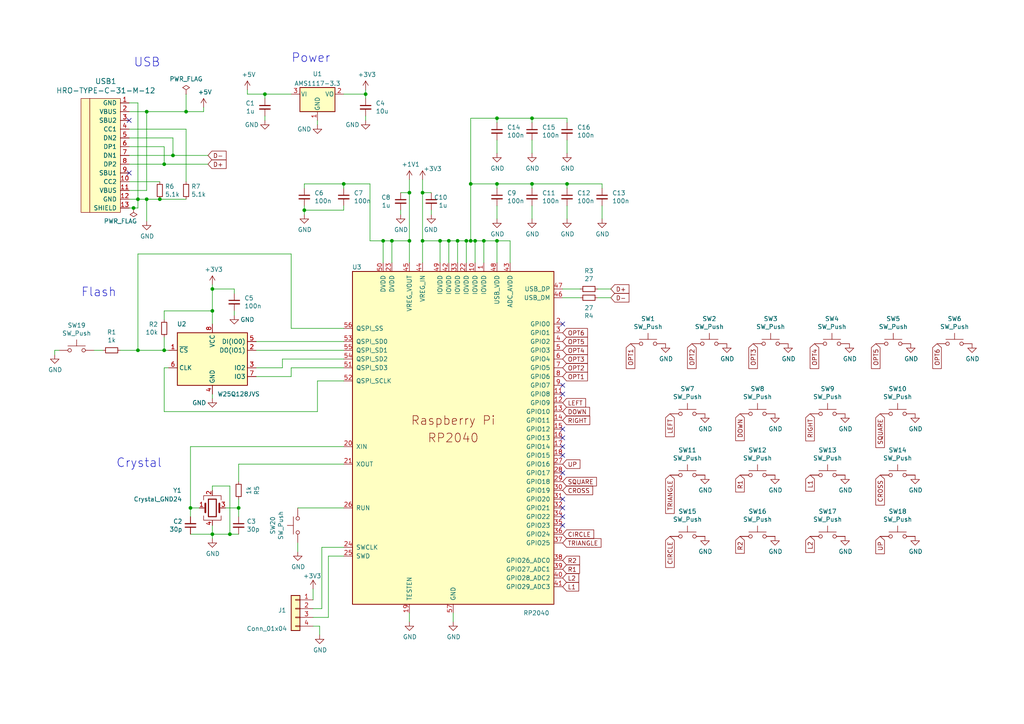
<source format=kicad_sch>
(kicad_sch (version 20210621) (generator eeschema)
  (paper "A4")
  (lib_symbols
    (symbol "Connector_Generic:Conn_01x04" (pin_names (offset 1.016) hide)
      (property "Reference" "J" (at 0 5.08 0))
      (property "Value" "Conn_01x04" (at 0 -7.62 0))
      (symbol "Conn_01x04_1_1"
        (rectangle (start -1.27 -4.953) (end 0 -5.207) (stroke (width 0.1524)))
        (rectangle (start -1.27 -2.413) (end 0 -2.667) (stroke (width 0.1524)))
        (rectangle (start -1.27 0.127) (end 0 -0.127) (stroke (width 0.1524)))
        (rectangle (start -1.27 2.667) (end 0 2.413) (stroke (width 0.1524)))
        (rectangle (start -1.27 3.81) (end 1.27 -6.35) (stroke (width 0.254)) (fill (type background)))
        (pin passive line (at -5.08 2.54 0) (length 3.81) (name "Pin_1") (number "1"))
        (pin passive line (at -5.08 0 0) (length 3.81) (name "Pin_2") (number "2"))
        (pin passive line (at -5.08 -2.54 0) (length 3.81) (name "Pin_3") (number "3"))
        (pin passive line (at -5.08 -5.08 0) (length 3.81) (name "Pin_4") (number "4"))
      )
    )
    (symbol "Device:C_Small" (pin_numbers hide) (pin_names (offset 0.254) hide)
      (property "Reference" "C" (at 0.254 1.778 0))
      (property "Value" "C_Small" (at 0.254 -2.032 0))
      (symbol "C_Small_0_1"
        (polyline (pts (xy -1.524 -0.508) (xy 1.524 -0.508)) (stroke (width 0.3302)))
        (polyline (pts (xy -1.524 0.508) (xy 1.524 0.508)) (stroke (width 0.3048)))
      )
      (symbol "C_Small_1_1"
        (pin passive line (at 0 2.54 270) (length 2.032) (name "~") (number "1"))
        (pin passive line (at 0 -2.54 90) (length 2.032) (name "~") (number "2"))
      )
    )
    (symbol "Device:Crystal_GND24" (pin_names (offset 1.016) hide)
      (property "Reference" "Y" (at 3.175 5.08 0))
      (property "Value" "Crystal_GND24" (at 3.175 3.175 0))
      (symbol "Crystal_GND24_0_1"
        (rectangle (start -1.143 2.54) (end 1.143 -2.54) (stroke (width 0.3048)))
        (polyline (pts (xy -2.54 0) (xy -2.032 0)))
        (polyline (pts (xy -2.032 -1.27) (xy -2.032 1.27)) (stroke (width 0.508)))
        (polyline (pts (xy 0 -3.81) (xy 0 -3.556)))
        (polyline (pts (xy 0 3.556) (xy 0 3.81)))
        (polyline (pts (xy 2.032 -1.27) (xy 2.032 1.27)) (stroke (width 0.508)))
        (polyline (pts (xy 2.032 0) (xy 2.54 0)))
        (polyline (pts (xy -2.54 -2.286) (xy -2.54 -3.556) (xy 2.54 -3.556) (xy 2.54 -2.286)))
        (polyline (pts (xy -2.54 2.286) (xy -2.54 3.556) (xy 2.54 3.556) (xy 2.54 2.286)))
      )
      (symbol "Crystal_GND24_1_1"
        (pin passive line (at -3.81 0 0) (length 1.27) (name "1") (number "1"))
        (pin passive line (at 0 5.08 270) (length 1.27) (name "2") (number "2"))
        (pin passive line (at 3.81 0 180) (length 1.27) (name "3") (number "3"))
        (pin passive line (at 0 -5.08 90) (length 1.27) (name "4") (number "4"))
      )
    )
    (symbol "Device:R_Small" (pin_numbers hide) (pin_names (offset 0.254) hide)
      (property "Reference" "R" (at 0.762 0.508 0))
      (property "Value" "R_Small" (at 0.762 -1.016 0))
      (symbol "R_Small_0_1"
        (rectangle (start -0.762 1.778) (end 0.762 -1.778) (stroke (width 0.2032)))
      )
      (symbol "R_Small_1_1"
        (pin passive line (at 0 2.54 270) (length 0.762) (name "~") (number "1"))
        (pin passive line (at 0 -2.54 90) (length 0.762) (name "~") (number "2"))
      )
    )
    (symbol "Memory_Flash:W25Q128JVS"
      (property "Reference" "U" (at -8.89 8.89 0))
      (property "Value" "W25Q128JVS" (at 7.62 8.89 0))
      (symbol "W25Q128JVS_0_1"
        (rectangle (start -10.16 7.62) (end 10.16 -7.62) (stroke (width 0.254)) (fill (type background)))
      )
      (symbol "W25Q128JVS_1_1"
        (pin input line (at -12.7 2.54 0) (length 2.54) (name "~{CS}") (number "1"))
        (pin bidirectional line (at 12.7 2.54 180) (length 2.54) (name "DO(IO1)") (number "2"))
        (pin bidirectional line (at 12.7 -2.54 180) (length 2.54) (name "IO2") (number "3"))
        (pin power_in line (at 0 -10.16 90) (length 2.54) (name "GND") (number "4"))
        (pin bidirectional line (at 12.7 5.08 180) (length 2.54) (name "DI(IO0)") (number "5"))
        (pin input line (at -12.7 -2.54 0) (length 2.54) (name "CLK") (number "6"))
        (pin bidirectional line (at 12.7 -5.08 180) (length 2.54) (name "IO3") (number "7"))
        (pin power_in line (at 0 10.16 270) (length 2.54) (name "VCC") (number "8"))
      )
    )
    (symbol "RP2040:RP2040" (pin_names (offset 1.016))
      (property "Reference" "U" (at -29.21 49.53 0))
      (property "Value" "RP2040" (at 24.13 -49.53 0))
      (symbol "RP2040_0_0"
        (text "Raspberry Pi" (at 0 5.08 0) (effects (font (size 2.54 2.54))))
        (text "RP2040" (at 0 0 0) (effects (font (size 2.54 2.54))))
      )
      (symbol "RP2040_0_1"
        (rectangle (start 29.21 48.26) (end -29.21 -48.26) (stroke (width 0.254)) (fill (type background)))
      )
      (symbol "RP2040_1_1"
        (pin power_in line (at 8.89 50.8 270) (length 2.54) (name "IOVDD") (number "1"))
        (pin power_in line (at 6.35 50.8 270) (length 2.54) (name "IOVDD") (number "10"))
        (pin bidirectional line (at 31.75 12.7 180) (length 2.54) (name "GPIO8") (number "11"))
        (pin bidirectional line (at 31.75 10.16 180) (length 2.54) (name "GPIO9") (number "12"))
        (pin bidirectional line (at 31.75 7.62 180) (length 2.54) (name "GPIO10") (number "13"))
        (pin bidirectional line (at 31.75 5.08 180) (length 2.54) (name "GPIO11") (number "14"))
        (pin bidirectional line (at 31.75 2.54 180) (length 2.54) (name "GPIO12") (number "15"))
        (pin bidirectional line (at 31.75 0 180) (length 2.54) (name "GPIO13") (number "16"))
        (pin bidirectional line (at 31.75 -2.54 180) (length 2.54) (name "GPIO14") (number "17"))
        (pin bidirectional line (at 31.75 -5.08 180) (length 2.54) (name "GPIO15") (number "18"))
        (pin passive line (at -12.7 -50.8 90) (length 2.54) (name "TESTEN") (number "19"))
        (pin bidirectional line (at 31.75 33.02 180) (length 2.54) (name "GPIO0") (number "2"))
        (pin input line (at -31.75 -2.54 0) (length 2.54) (name "XIN") (number "20"))
        (pin passive line (at -31.75 -7.62 0) (length 2.54) (name "XOUT") (number "21"))
        (pin power_in line (at 3.81 50.8 270) (length 2.54) (name "IOVDD") (number "22"))
        (pin power_in line (at -17.78 50.8 270) (length 2.54) (name "DVDD") (number "23"))
        (pin output line (at -31.75 -31.75 0) (length 2.54) (name "SWCLK") (number "24"))
        (pin bidirectional line (at -31.75 -34.29 0) (length 2.54) (name "SWD") (number "25"))
        (pin input line (at -31.75 -20.32 0) (length 2.54) (name "RUN") (number "26"))
        (pin bidirectional line (at 31.75 -7.62 180) (length 2.54) (name "GPIO16") (number "27"))
        (pin bidirectional line (at 31.75 -10.16 180) (length 2.54) (name "GPIO17") (number "28"))
        (pin bidirectional line (at 31.75 -12.7 180) (length 2.54) (name "GPIO18") (number "29"))
        (pin bidirectional line (at 31.75 30.48 180) (length 2.54) (name "GPIO1") (number "3"))
        (pin bidirectional line (at 31.75 -15.24 180) (length 2.54) (name "GPIO19") (number "30"))
        (pin bidirectional line (at 31.75 -17.78 180) (length 2.54) (name "GPIO20") (number "31"))
        (pin bidirectional line (at 31.75 -20.32 180) (length 2.54) (name "GPIO21") (number "32"))
        (pin power_in line (at 1.27 50.8 270) (length 2.54) (name "IOVDD") (number "33"))
        (pin bidirectional line (at 31.75 -22.86 180) (length 2.54) (name "GPIO22") (number "34"))
        (pin bidirectional line (at 31.75 -25.4 180) (length 2.54) (name "GPIO23") (number "35"))
        (pin bidirectional line (at 31.75 -27.94 180) (length 2.54) (name "GPIO24") (number "36"))
        (pin bidirectional line (at 31.75 -30.48 180) (length 2.54) (name "GPIO25") (number "37"))
        (pin bidirectional line (at 31.75 -35.56 180) (length 2.54) (name "GPIO26_ADC0") (number "38"))
        (pin bidirectional line (at 31.75 -38.1 180) (length 2.54) (name "GPIO27_ADC1") (number "39"))
        (pin bidirectional line (at 31.75 27.94 180) (length 2.54) (name "GPIO2") (number "4"))
        (pin bidirectional line (at 31.75 -40.64 180) (length 2.54) (name "GPIO28_ADC2") (number "40"))
        (pin bidirectional line (at 31.75 -43.18 180) (length 2.54) (name "GPIO29_ADC3") (number "41"))
        (pin power_in line (at -1.27 50.8 270) (length 2.54) (name "IOVDD") (number "42"))
        (pin power_in line (at 16.51 50.8 270) (length 2.54) (name "ADC_AVDD") (number "43"))
        (pin power_in line (at -8.89 50.8 270) (length 2.54) (name "VREG_IN") (number "44"))
        (pin power_out line (at -12.7 50.8 270) (length 2.54) (name "VREG_VOUT") (number "45"))
        (pin bidirectional line (at 31.75 40.64 180) (length 2.54) (name "USB_DM") (number "46"))
        (pin bidirectional line (at 31.75 43.18 180) (length 2.54) (name "USB_DP") (number "47"))
        (pin power_in line (at 12.7 50.8 270) (length 2.54) (name "USB_VDD") (number "48"))
        (pin power_in line (at -3.81 50.8 270) (length 2.54) (name "IOVDD") (number "49"))
        (pin bidirectional line (at 31.75 25.4 180) (length 2.54) (name "GPIO3") (number "5"))
        (pin power_in line (at -20.32 50.8 270) (length 2.54) (name "DVDD") (number "50"))
        (pin bidirectional line (at -31.75 20.32 0) (length 2.54) (name "QSPI_SD3") (number "51"))
        (pin output line (at -31.75 16.51 0) (length 2.54) (name "QSPI_SCLK") (number "52"))
        (pin bidirectional line (at -31.75 27.94 0) (length 2.54) (name "QSPI_SD0") (number "53"))
        (pin bidirectional line (at -31.75 22.86 0) (length 2.54) (name "QSPI_SD2") (number "54"))
        (pin bidirectional line (at -31.75 25.4 0) (length 2.54) (name "QSPI_SD1") (number "55"))
        (pin bidirectional line (at -31.75 31.75 0) (length 2.54) (name "QSPI_SS") (number "56"))
        (pin power_in line (at 0 -50.8 90) (length 2.54) (name "GND") (number "57"))
        (pin bidirectional line (at 31.75 22.86 180) (length 2.54) (name "GPIO4") (number "6"))
        (pin bidirectional line (at 31.75 20.32 180) (length 2.54) (name "GPIO5") (number "7"))
        (pin bidirectional line (at 31.75 17.78 180) (length 2.54) (name "GPIO6") (number "8"))
        (pin bidirectional line (at 31.75 15.24 180) (length 2.54) (name "GPIO7") (number "9"))
      )
    )
    (symbol "Regulator_Linear:AMS1117-3.3" (pin_names (offset 0.254))
      (property "Reference" "U" (at -3.81 3.175 0))
      (property "Value" "AMS1117-3.3" (at 0 3.175 0))
      (symbol "AMS1117-3.3_0_1"
        (rectangle (start -5.08 -5.08) (end 5.08 1.905) (stroke (width 0.254)) (fill (type background)))
      )
      (symbol "AMS1117-3.3_1_1"
        (pin power_in line (at 0 -7.62 90) (length 2.54) (name "GND") (number "1"))
        (pin power_out line (at 7.62 0 180) (length 2.54) (name "VO") (number "2"))
        (pin power_in line (at -7.62 0 0) (length 2.54) (name "VI") (number "3"))
      )
    )
    (symbol "Switch:SW_Push" (pin_numbers hide) (pin_names (offset 1.016) hide)
      (property "Reference" "SW" (at 1.27 2.54 0))
      (property "Value" "SW_Push" (at 0 -1.524 0))
      (symbol "SW_Push_0_1"
        (circle (center -2.032 0) (radius 0.508))
        (polyline (pts (xy 0 1.27) (xy 0 3.048)))
        (polyline (pts (xy 2.54 1.27) (xy -2.54 1.27)))
        (circle (center 2.032 0) (radius 0.508))
        (pin passive line (at -5.08 0 0) (length 2.54) (name "1") (number "1"))
        (pin passive line (at 5.08 0 180) (length 2.54) (name "2") (number "2"))
      )
    )
    (symbol "Type-C:HRO-TYPE-C-31-M-12" (pin_names (offset 1.016))
      (property "Reference" "USB" (at -5.08 16.51 0))
      (property "Value" "HRO-TYPE-C-31-M-12" (at -10.16 -1.27 90))
      (symbol "HRO-TYPE-C-31-M-12_0_1"
        (rectangle (start -11.43 15.24) (end -8.89 -17.78) (fill (type background)))
        (rectangle (start 0 -17.78) (end -8.89 15.24) (fill (type background)))
      )
      (symbol "HRO-TYPE-C-31-M-12_1_1"
        (pin input line (at 2.54 13.97 180) (length 2.54) (name "GND") (number "1"))
        (pin input line (at 2.54 -8.89 180) (length 2.54) (name "CC2") (number "10"))
        (pin input line (at 2.54 -11.43 180) (length 2.54) (name "VBUS") (number "11"))
        (pin input line (at 2.54 -13.97 180) (length 2.54) (name "GND") (number "12"))
        (pin input line (at 2.54 -16.51 180) (length 2.54) (name "SHIELD") (number "13"))
        (pin input line (at 2.54 11.43 180) (length 2.54) (name "VBUS") (number "2"))
        (pin input line (at 2.54 8.89 180) (length 2.54) (name "SBU2") (number "3"))
        (pin input line (at 2.54 6.35 180) (length 2.54) (name "CC1") (number "4"))
        (pin input line (at 2.54 3.81 180) (length 2.54) (name "DN2") (number "5"))
        (pin input line (at 2.54 1.27 180) (length 2.54) (name "DP1") (number "6"))
        (pin input line (at 2.54 -1.27 180) (length 2.54) (name "DN1") (number "7"))
        (pin input line (at 2.54 -3.81 180) (length 2.54) (name "DP2") (number "8"))
        (pin input line (at 2.54 -6.35 180) (length 2.54) (name "SBU1") (number "9"))
      )
    )
    (symbol "power:+1V1" (power) (pin_names (offset 0))
      (property "Value" "+1V1" (at 0 3.556 0))
      (symbol "+1V1_0_1"
        (polyline (pts (xy -0.762 1.27) (xy 0 2.54)))
        (polyline (pts (xy 0 0) (xy 0 2.54)))
        (polyline (pts (xy 0 2.54) (xy 0.762 1.27)))
      )
      (symbol "+1V1_1_1"
        (pin power_in line (at 0 0 90) (length 0) hide (name "+1V1") (number "1"))
      )
    )
    (symbol "power:+3V3" (power) (pin_names (offset 0))
      (property "Value" "+3V3" (at 0 3.556 0))
      (symbol "+3V3_0_1"
        (polyline (pts (xy -0.762 1.27) (xy 0 2.54)))
        (polyline (pts (xy 0 0) (xy 0 2.54)))
        (polyline (pts (xy 0 2.54) (xy 0.762 1.27)))
      )
      (symbol "+3V3_1_1"
        (pin power_in line (at 0 0 90) (length 0) hide (name "+3V3") (number "1"))
      )
    )
    (symbol "power:+5V" (power) (pin_names (offset 0))
      (property "Value" "+5V" (at 0 3.556 0))
      (symbol "+5V_0_1"
        (polyline (pts (xy -0.762 1.27) (xy 0 2.54)))
        (polyline (pts (xy 0 0) (xy 0 2.54)))
        (polyline (pts (xy 0 2.54) (xy 0.762 1.27)))
      )
      (symbol "+5V_1_1"
        (pin power_in line (at 0 0 90) (length 0) hide (name "+5V") (number "1"))
      )
    )
    (symbol "power:GND" (power) (pin_names (offset 0))
      (property "Value" "GND" (at 0 -3.81 0))
      (symbol "GND_0_1"
        (polyline (pts (xy 0 0) (xy 0 -1.27) (xy 1.27 -1.27) (xy 0 -2.54) (xy -1.27 -1.27) (xy 0 -1.27)))
      )
      (symbol "GND_1_1"
        (pin power_in line (at 0 0 270) (length 0) hide (name "GND") (number "1"))
      )
    )
    (symbol "power:PWR_FLAG" (power) (pin_numbers hide) (pin_names (offset 0) hide)
      (property "Value" "PWR_FLAG" (at 0 3.81 0))
      (symbol "PWR_FLAG_0_0"
        (pin power_out line (at 0 0 90) (length 0) (name "pwr") (number "1"))
      )
      (symbol "PWR_FLAG_0_1"
        (polyline (pts (xy 0 0) (xy 0 1.27) (xy -1.016 1.905) (xy 0 2.54) (xy 1.016 1.905) (xy 0 1.27)))
      )
    )
  )
  (junction (at 38.735 60.325))
  (junction (at 40.005 57.785))
  (junction (at 40.005 101.6))
  (junction (at 42.545 32.385))
  (junction (at 42.545 57.785))
  (junction (at 46.355 57.785))
  (junction (at 47.625 47.625))
  (junction (at 47.625 101.6))
  (junction (at 50.165 45.085))
  (junction (at 53.975 32.385))
  (junction (at 55.245 147.32))
  (junction (at 61.595 83.82))
  (junction (at 61.595 90.17))
  (junction (at 61.595 154.94))
  (junction (at 66.675 154.94))
  (junction (at 69.215 147.32))
  (junction (at 76.835 27.305))
  (junction (at 88.265 60.96))
  (junction (at 99.695 53.34))
  (junction (at 106.045 27.305))
  (junction (at 111.125 69.85))
  (junction (at 113.665 69.85))
  (junction (at 118.745 55.88))
  (junction (at 118.745 69.85))
  (junction (at 122.555 55.88))
  (junction (at 122.555 69.85))
  (junction (at 127.635 69.85))
  (junction (at 130.175 69.85))
  (junction (at 132.715 69.85))
  (junction (at 135.255 69.85))
  (junction (at 136.525 53.34))
  (junction (at 136.525 69.85))
  (junction (at 137.795 69.85))
  (junction (at 140.335 69.85))
  (junction (at 144.145 34.29))
  (junction (at 144.145 53.34))
  (junction (at 144.145 69.85))
  (junction (at 154.305 34.29))
  (junction (at 154.305 53.34))
  (junction (at 164.465 53.34))
  (no_connect (at 37.465 34.925))
  (no_connect (at 37.465 50.165))
  (no_connect (at 163.195 93.98))
  (no_connect (at 163.195 111.76))
  (no_connect (at 163.195 114.3))
  (no_connect (at 163.195 124.46))
  (no_connect (at 163.195 127))
  (no_connect (at 163.195 129.54))
  (no_connect (at 163.195 132.08))
  (no_connect (at 163.195 137.16))
  (no_connect (at 163.195 144.78))
  (no_connect (at 163.195 147.32))
  (no_connect (at 163.195 149.86))
  (no_connect (at 163.195 152.4))
  (wire (pts (xy 15.875 101.6) (xy 15.875 102.87)))
  (wire (pts (xy 15.875 101.6) (xy 17.145 101.6)))
  (wire (pts (xy 27.305 101.6) (xy 29.845 101.6)))
  (wire (pts (xy 34.925 101.6) (xy 40.005 101.6)))
  (wire (pts (xy 37.465 29.845) (xy 40.005 29.845)))
  (wire (pts (xy 37.465 32.385) (xy 42.545 32.385)))
  (wire (pts (xy 37.465 37.465) (xy 53.975 37.465)))
  (wire (pts (xy 37.465 40.005) (xy 50.165 40.005)))
  (wire (pts (xy 37.465 42.545) (xy 47.625 42.545)))
  (wire (pts (xy 37.465 45.085) (xy 50.165 45.085)))
  (wire (pts (xy 37.465 47.625) (xy 47.625 47.625)))
  (wire (pts (xy 37.465 52.705) (xy 46.355 52.705)))
  (wire (pts (xy 37.465 57.785) (xy 40.005 57.785)))
  (wire (pts (xy 38.735 60.325) (xy 37.465 60.325)))
  (wire (pts (xy 40.005 29.845) (xy 40.005 57.785)))
  (wire (pts (xy 40.005 57.785) (xy 40.005 60.325)))
  (wire (pts (xy 40.005 57.785) (xy 42.545 57.785)))
  (wire (pts (xy 40.005 60.325) (xy 38.735 60.325)))
  (wire (pts (xy 40.005 73.66) (xy 84.455 73.66)))
  (wire (pts (xy 40.005 101.6) (xy 40.005 73.66)))
  (wire (pts (xy 40.005 101.6) (xy 47.625 101.6)))
  (wire (pts (xy 42.545 32.385) (xy 42.545 55.245)))
  (wire (pts (xy 42.545 32.385) (xy 53.975 32.385)))
  (wire (pts (xy 42.545 55.245) (xy 37.465 55.245)))
  (wire (pts (xy 42.545 57.785) (xy 46.355 57.785)))
  (wire (pts (xy 42.545 64.135) (xy 42.545 57.785)))
  (wire (pts (xy 47.625 42.545) (xy 47.625 47.625)))
  (wire (pts (xy 47.625 90.17) (xy 61.595 90.17)))
  (wire (pts (xy 47.625 92.71) (xy 47.625 90.17)))
  (wire (pts (xy 47.625 97.79) (xy 47.625 101.6)))
  (wire (pts (xy 47.625 101.6) (xy 48.895 101.6)))
  (wire (pts (xy 47.625 106.68) (xy 47.625 119.38)))
  (wire (pts (xy 47.625 119.38) (xy 92.075 119.38)))
  (wire (pts (xy 48.895 106.68) (xy 47.625 106.68)))
  (wire (pts (xy 50.165 40.005) (xy 50.165 45.085)))
  (wire (pts (xy 53.975 27.305) (xy 53.975 32.385)))
  (wire (pts (xy 53.975 32.385) (xy 59.055 32.385)))
  (wire (pts (xy 53.975 37.465) (xy 53.975 52.705)))
  (wire (pts (xy 53.975 57.785) (xy 46.355 57.785)))
  (wire (pts (xy 55.245 129.54) (xy 55.245 147.32)))
  (wire (pts (xy 55.245 129.54) (xy 99.695 129.54)))
  (wire (pts (xy 55.245 147.32) (xy 55.245 149.86)))
  (wire (pts (xy 55.245 154.94) (xy 61.595 154.94)))
  (wire (pts (xy 57.785 147.32) (xy 55.245 147.32)))
  (wire (pts (xy 59.055 32.385) (xy 59.055 31.115)))
  (wire (pts (xy 60.325 45.085) (xy 50.165 45.085)))
  (wire (pts (xy 60.325 47.625) (xy 47.625 47.625)))
  (wire (pts (xy 61.595 83.82) (xy 61.595 82.55)))
  (wire (pts (xy 61.595 83.82) (xy 67.945 83.82)))
  (wire (pts (xy 61.595 90.17) (xy 61.595 83.82)))
  (wire (pts (xy 61.595 90.17) (xy 61.595 93.98)))
  (wire (pts (xy 61.595 114.3) (xy 61.595 115.57)))
  (wire (pts (xy 61.595 140.97) (xy 66.675 140.97)))
  (wire (pts (xy 61.595 142.24) (xy 61.595 140.97)))
  (wire (pts (xy 61.595 152.4) (xy 61.595 154.94)))
  (wire (pts (xy 61.595 154.94) (xy 61.595 156.21)))
  (wire (pts (xy 65.405 147.32) (xy 69.215 147.32)))
  (wire (pts (xy 66.675 140.97) (xy 66.675 154.94)))
  (wire (pts (xy 66.675 154.94) (xy 61.595 154.94)))
  (wire (pts (xy 67.945 83.82) (xy 67.945 85.09)))
  (wire (pts (xy 67.945 90.17) (xy 67.945 91.44)))
  (wire (pts (xy 69.215 134.62) (xy 69.215 139.7)))
  (wire (pts (xy 69.215 147.32) (xy 69.215 144.78)))
  (wire (pts (xy 69.215 147.32) (xy 69.215 149.86)))
  (wire (pts (xy 69.215 154.94) (xy 66.675 154.94)))
  (wire (pts (xy 71.755 27.305) (xy 71.755 26.035)))
  (wire (pts (xy 71.755 27.305) (xy 76.835 27.305)))
  (wire (pts (xy 74.295 99.06) (xy 99.695 99.06)))
  (wire (pts (xy 74.295 101.6) (xy 99.695 101.6)))
  (wire (pts (xy 74.295 106.68) (xy 81.915 106.68)))
  (wire (pts (xy 74.295 109.22) (xy 84.455 109.22)))
  (wire (pts (xy 76.835 27.305) (xy 84.455 27.305)))
  (wire (pts (xy 76.835 28.575) (xy 76.835 27.305)))
  (wire (pts (xy 76.835 33.655) (xy 76.835 34.925)))
  (wire (pts (xy 81.915 104.14) (xy 81.915 106.68)))
  (wire (pts (xy 84.455 73.66) (xy 84.455 95.25)))
  (wire (pts (xy 84.455 95.25) (xy 99.695 95.25)))
  (wire (pts (xy 84.455 106.68) (xy 99.695 106.68)))
  (wire (pts (xy 84.455 109.22) (xy 84.455 106.68)))
  (wire (pts (xy 86.36 147.32) (xy 99.695 147.32)))
  (wire (pts (xy 86.36 160.02) (xy 86.36 157.48)))
  (wire (pts (xy 88.265 53.34) (xy 99.695 53.34)))
  (wire (pts (xy 88.265 54.61) (xy 88.265 53.34)))
  (wire (pts (xy 88.265 59.69) (xy 88.265 60.96)))
  (wire (pts (xy 88.265 60.96) (xy 88.265 62.23)))
  (wire (pts (xy 88.265 60.96) (xy 99.695 60.96)))
  (wire (pts (xy 90.805 170.815) (xy 90.805 173.99)))
  (wire (pts (xy 90.805 179.07) (xy 95.25 179.07)))
  (wire (pts (xy 90.805 181.61) (xy 92.71 181.61)))
  (wire (pts (xy 92.075 34.925) (xy 92.075 36.195)))
  (wire (pts (xy 92.075 110.49) (xy 99.695 110.49)))
  (wire (pts (xy 92.075 119.38) (xy 92.075 110.49)))
  (wire (pts (xy 92.71 184.15) (xy 92.71 181.61)))
  (wire (pts (xy 93.345 158.75) (xy 93.345 176.53)))
  (wire (pts (xy 93.345 176.53) (xy 90.805 176.53)))
  (wire (pts (xy 95.25 161.29) (xy 99.695 161.29)))
  (wire (pts (xy 95.25 179.07) (xy 95.25 161.29)))
  (wire (pts (xy 99.695 27.305) (xy 106.045 27.305)))
  (wire (pts (xy 99.695 53.34) (xy 107.315 53.34)))
  (wire (pts (xy 99.695 54.61) (xy 99.695 53.34)))
  (wire (pts (xy 99.695 60.96) (xy 99.695 59.69)))
  (wire (pts (xy 99.695 104.14) (xy 81.915 104.14)))
  (wire (pts (xy 99.695 134.62) (xy 69.215 134.62)))
  (wire (pts (xy 99.695 158.75) (xy 93.345 158.75)))
  (wire (pts (xy 106.045 26.035) (xy 106.045 27.305)))
  (wire (pts (xy 106.045 27.305) (xy 106.045 28.575)))
  (wire (pts (xy 106.045 33.655) (xy 106.045 34.925)))
  (wire (pts (xy 107.315 53.34) (xy 107.315 69.85)))
  (wire (pts (xy 107.315 69.85) (xy 111.125 69.85)))
  (wire (pts (xy 111.125 69.85) (xy 111.125 76.2)))
  (wire (pts (xy 111.125 69.85) (xy 113.665 69.85)))
  (wire (pts (xy 113.665 69.85) (xy 113.665 76.2)))
  (wire (pts (xy 113.665 69.85) (xy 118.745 69.85)))
  (wire (pts (xy 116.205 55.88) (xy 118.745 55.88)))
  (wire (pts (xy 116.205 60.96) (xy 116.205 62.23)))
  (wire (pts (xy 118.745 52.07) (xy 118.745 55.88)))
  (wire (pts (xy 118.745 55.88) (xy 118.745 69.85)))
  (wire (pts (xy 118.745 69.85) (xy 118.745 76.2)))
  (wire (pts (xy 118.745 177.8) (xy 118.745 180.34)))
  (wire (pts (xy 122.555 52.07) (xy 122.555 55.88)))
  (wire (pts (xy 122.555 55.88) (xy 122.555 69.85)))
  (wire (pts (xy 122.555 69.85) (xy 127.635 69.85)))
  (wire (pts (xy 122.555 76.2) (xy 122.555 69.85)))
  (wire (pts (xy 125.095 55.88) (xy 122.555 55.88)))
  (wire (pts (xy 125.095 60.96) (xy 125.095 62.23)))
  (wire (pts (xy 127.635 69.85) (xy 130.175 69.85)))
  (wire (pts (xy 127.635 76.2) (xy 127.635 69.85)))
  (wire (pts (xy 130.175 69.85) (xy 132.715 69.85)))
  (wire (pts (xy 130.175 76.2) (xy 130.175 69.85)))
  (wire (pts (xy 131.445 177.8) (xy 131.445 180.34)))
  (wire (pts (xy 132.715 69.85) (xy 135.255 69.85)))
  (wire (pts (xy 132.715 76.2) (xy 132.715 69.85)))
  (wire (pts (xy 135.255 69.85) (xy 136.525 69.85)))
  (wire (pts (xy 135.255 76.2) (xy 135.255 69.85)))
  (wire (pts (xy 136.525 34.29) (xy 136.525 53.34)))
  (wire (pts (xy 136.525 34.29) (xy 144.145 34.29)))
  (wire (pts (xy 136.525 53.34) (xy 144.145 53.34)))
  (wire (pts (xy 136.525 69.85) (xy 136.525 53.34)))
  (wire (pts (xy 136.525 69.85) (xy 137.795 69.85)))
  (wire (pts (xy 137.795 69.85) (xy 140.335 69.85)))
  (wire (pts (xy 137.795 76.2) (xy 137.795 69.85)))
  (wire (pts (xy 140.335 69.85) (xy 144.145 69.85)))
  (wire (pts (xy 140.335 76.2) (xy 140.335 69.85)))
  (wire (pts (xy 144.145 34.29) (xy 154.305 34.29)))
  (wire (pts (xy 144.145 35.56) (xy 144.145 34.29)))
  (wire (pts (xy 144.145 40.64) (xy 144.145 44.45)))
  (wire (pts (xy 144.145 53.34) (xy 154.305 53.34)))
  (wire (pts (xy 144.145 54.61) (xy 144.145 53.34)))
  (wire (pts (xy 144.145 59.69) (xy 144.145 63.5)))
  (wire (pts (xy 144.145 69.85) (xy 147.955 69.85)))
  (wire (pts (xy 144.145 76.2) (xy 144.145 69.85)))
  (wire (pts (xy 147.955 69.85) (xy 147.955 76.2)))
  (wire (pts (xy 154.305 34.29) (xy 164.465 34.29)))
  (wire (pts (xy 154.305 35.56) (xy 154.305 34.29)))
  (wire (pts (xy 154.305 40.64) (xy 154.305 44.45)))
  (wire (pts (xy 154.305 53.34) (xy 164.465 53.34)))
  (wire (pts (xy 154.305 54.61) (xy 154.305 53.34)))
  (wire (pts (xy 154.305 59.69) (xy 154.305 63.5)))
  (wire (pts (xy 163.195 83.82) (xy 168.275 83.82)))
  (wire (pts (xy 163.195 86.36) (xy 168.275 86.36)))
  (wire (pts (xy 164.465 35.56) (xy 164.465 34.29)))
  (wire (pts (xy 164.465 40.64) (xy 164.465 44.45)))
  (wire (pts (xy 164.465 53.34) (xy 174.625 53.34)))
  (wire (pts (xy 164.465 54.61) (xy 164.465 53.34)))
  (wire (pts (xy 164.465 59.69) (xy 164.465 63.5)))
  (wire (pts (xy 173.355 83.82) (xy 177.165 83.82)))
  (wire (pts (xy 173.355 86.36) (xy 177.165 86.36)))
  (wire (pts (xy 174.625 54.61) (xy 174.625 53.34)))
  (wire (pts (xy 174.625 59.69) (xy 174.625 63.5)))
  (text "Flash" (at 23.495 86.36 0) (effects (font (size 2.54 2.54)) (justify left bottom)))
  (text "Crystal" (at 33.655 135.89 0) (effects (font (size 2.54 2.54)) (justify left bottom)))
  (text "USB" (at 38.735 19.685 0) (effects (font (size 2.54 2.54)) (justify left bottom)))
  (text "Power" (at 84.455 18.415 0) (effects (font (size 2.54 2.54)) (justify left bottom)))
  (global_label "D-" (shape input) (at 60.325 45.085 0) (property "Intersheet References" "${INTERSHEET_REFS}" (effects hide)))
  (global_label "D+" (shape input) (at 60.325 47.625 0) (property "Intersheet References" "${INTERSHEET_REFS}" (effects hide)))
  (global_label "OPT6" (shape input) (at 163.195 96.52 0) (property "Intersheet References" "${INTERSHEET_REFS}" (effects hide)))
  (global_label "OPT5" (shape input) (at 163.195 99.06 0) (property "Intersheet References" "${INTERSHEET_REFS}" (effects hide)))
  (global_label "OPT4" (shape input) (at 163.195 101.6 0) (property "Intersheet References" "${INTERSHEET_REFS}" (effects hide)))
  (global_label "OPT3" (shape input) (at 163.195 104.14 0) (property "Intersheet References" "${INTERSHEET_REFS}" (effects hide)))
  (global_label "OPT2" (shape input) (at 163.195 106.68 0) (property "Intersheet References" "${INTERSHEET_REFS}" (effects hide)))
  (global_label "OPT1" (shape input) (at 163.195 109.22 0) (property "Intersheet References" "${INTERSHEET_REFS}" (effects hide)))
  (global_label "LEFT" (shape input) (at 163.195 116.84 0) (property "Intersheet References" "${INTERSHEET_REFS}" (effects hide)))
  (global_label "DOWN" (shape input) (at 163.195 119.38 0) (property "Intersheet References" "${INTERSHEET_REFS}" (effects hide)))
  (global_label "RIGHT" (shape input) (at 163.195 121.92 0) (property "Intersheet References" "${INTERSHEET_REFS}" (effects hide)))
  (global_label "UP" (shape input) (at 163.195 134.62 0) (property "Intersheet References" "${INTERSHEET_REFS}" (effects hide)))
  (global_label "SQUARE" (shape input) (at 163.195 139.7 0) (property "Intersheet References" "${INTERSHEET_REFS}" (effects hide)))
  (global_label "CROSS" (shape input) (at 163.195 142.24 0) (property "Intersheet References" "${INTERSHEET_REFS}" (effects hide)))
  (global_label "CIRCLE" (shape input) (at 163.195 154.94 0) (property "Intersheet References" "${INTERSHEET_REFS}" (effects hide)))
  (global_label "TRIANGLE" (shape input) (at 163.195 157.48 0) (property "Intersheet References" "${INTERSHEET_REFS}" (effects hide)))
  (global_label "R2" (shape input) (at 163.195 162.56 0) (property "Intersheet References" "${INTERSHEET_REFS}" (effects hide)))
  (global_label "R1" (shape input) (at 163.195 165.1 0) (property "Intersheet References" "${INTERSHEET_REFS}" (effects hide)))
  (global_label "L2" (shape input) (at 163.195 167.64 0) (property "Intersheet References" "${INTERSHEET_REFS}" (effects hide)))
  (global_label "L1" (shape input) (at 163.195 170.18 0) (property "Intersheet References" "${INTERSHEET_REFS}" (effects hide)))
  (global_label "D+" (shape input) (at 177.165 83.82 0) (property "Intersheet References" "${INTERSHEET_REFS}" (effects hide)))
  (global_label "D-" (shape input) (at 177.165 86.36 0) (property "Intersheet References" "${INTERSHEET_REFS}" (effects hide)))
  (global_label "OPT1" (shape input) (at 182.88 99.695 270) (property "Intersheet References" "${INTERSHEET_REFS}" (effects hide)))
  (global_label "LEFT" (shape input) (at 194.31 120.015 270) (property "Intersheet References" "${INTERSHEET_REFS}" (effects hide)))
  (global_label "TRIANGLE" (shape input) (at 194.31 137.795 270) (property "Intersheet References" "${INTERSHEET_REFS}" (effects hide)))
  (global_label "CIRCLE" (shape input) (at 194.31 155.575 270) (property "Intersheet References" "${INTERSHEET_REFS}" (effects hide)))
  (global_label "OPT2" (shape input) (at 200.66 99.695 270) (property "Intersheet References" "${INTERSHEET_REFS}" (effects hide)))
  (global_label "DOWN" (shape input) (at 214.63 120.015 270) (property "Intersheet References" "${INTERSHEET_REFS}" (effects hide)))
  (global_label "R1" (shape input) (at 214.63 137.795 270) (property "Intersheet References" "${INTERSHEET_REFS}" (effects hide)))
  (global_label "R2" (shape input) (at 214.63 155.575 270) (property "Intersheet References" "${INTERSHEET_REFS}" (effects hide)))
  (global_label "OPT3" (shape input) (at 218.44 99.695 270) (property "Intersheet References" "${INTERSHEET_REFS}" (effects hide)))
  (global_label "RIGHT" (shape input) (at 234.95 120.015 270) (property "Intersheet References" "${INTERSHEET_REFS}" (effects hide)))
  (global_label "L1" (shape input) (at 234.95 137.795 270) (property "Intersheet References" "${INTERSHEET_REFS}" (effects hide)))
  (global_label "L2" (shape input) (at 234.95 155.575 270) (property "Intersheet References" "${INTERSHEET_REFS}" (effects hide)))
  (global_label "OPT4" (shape input) (at 236.22 99.695 270) (property "Intersheet References" "${INTERSHEET_REFS}" (effects hide)))
  (global_label "OPT5" (shape input) (at 254 99.695 270) (property "Intersheet References" "${INTERSHEET_REFS}" (effects hide)))
  (global_label "SQUARE" (shape input) (at 255.27 120.015 270) (property "Intersheet References" "${INTERSHEET_REFS}" (effects hide)))
  (global_label "CROSS" (shape input) (at 255.27 137.795 270) (property "Intersheet References" "${INTERSHEET_REFS}" (effects hide)))
  (global_label "UP" (shape input) (at 255.27 155.575 270) (property "Intersheet References" "${INTERSHEET_REFS}" (effects hide)))
  (global_label "OPT6" (shape input) (at 271.78 99.695 270) (property "Intersheet References" "${INTERSHEET_REFS}" (effects hide)))
  (symbol (lib_id "power:+5V") (at 59.055 31.115 0) (unit 1)
    (property "Reference" "#PWR022" (effects hide))
    (property "Value" "+5V" (at 59.436 26.7208 0))
  )
  (symbol (lib_id "power:+3V3") (at 61.595 82.55 0) (unit 1)
    (property "Reference" "#PWR0113" (effects hide))
    (property "Value" "+3V3" (at 61.976 78.1558 0))
  )
  (symbol (lib_id "power:+5V") (at 71.755 26.035 0) (unit 1)
    (property "Reference" "#PWR0104" (effects hide))
    (property "Value" "+5V" (at 72.136 21.6408 0))
  )
  (symbol (lib_id "power:+3V3") (at 90.805 170.815 0) (unit 1)
    (property "Reference" "#PWR0126" (effects hide))
    (property "Value" "+3V3" (at 90.551 167.0558 0))
  )
  (symbol (lib_id "power:+3V3") (at 106.045 26.035 0) (unit 1)
    (property "Reference" "#PWR0115" (effects hide))
    (property "Value" "+3V3" (at 106.426 21.6408 0))
  )
  (symbol (lib_id "power:+1V1") (at 118.745 52.07 0) (unit 1)
    (property "Reference" "#PWR0106" (effects hide))
    (property "Value" "+1V1" (at 119.126 47.6758 0))
  )
  (symbol (lib_id "power:+3V3") (at 122.555 52.07 0) (unit 1)
    (property "Reference" "#PWR0105" (effects hide))
    (property "Value" "+3V3" (at 125.476 48.9458 0))
  )
  (symbol (lib_id "power:PWR_FLAG") (at 38.735 60.325 180) (unit 1)
    (property "Reference" "#FLG03" (effects hide))
    (property "Value" "PWR_FLAG" (at 34.925 64.135 0))
  )
  (symbol (lib_id "power:PWR_FLAG") (at 53.975 27.305 0) (unit 1)
    (property "Reference" "#FLG02" (effects hide))
    (property "Value" "PWR_FLAG" (at 53.975 22.9108 0))
  )
  (symbol (lib_id "power:GND") (at 15.875 102.87 0) (unit 1)
    (property "Reference" "#PWR0119" (effects hide))
    (property "Value" "GND" (at 16.002 107.2642 0))
  )
  (symbol (lib_id "power:GND") (at 42.545 64.135 0) (unit 1)
    (property "Reference" "#PWR023" (effects hide))
    (property "Value" "GND" (at 42.672 68.5292 0))
  )
  (symbol (lib_id "power:GND") (at 61.595 115.57 0) (unit 1)
    (property "Reference" "#PWR0112" (effects hide))
    (property "Value" "GND" (at 57.785 116.84 0))
  )
  (symbol (lib_id "power:GND") (at 61.595 156.21 0) (unit 1)
    (property "Reference" "#PWR0101" (effects hide))
    (property "Value" "GND" (at 61.722 160.6042 0))
  )
  (symbol (lib_id "power:GND") (at 67.945 91.44 0) (unit 1)
    (property "Reference" "#PWR0111" (effects hide))
    (property "Value" "GND" (at 71.755 92.71 0))
  )
  (symbol (lib_id "power:GND") (at 76.835 34.925 0) (unit 1)
    (property "Reference" "#PWR0117" (effects hide))
    (property "Value" "GND" (at 73.025 36.195 0))
  )
  (symbol (lib_id "power:GND") (at 86.36 160.02 0) (unit 1)
    (property "Reference" "#PWR0116" (effects hide))
    (property "Value" "GND" (at 86.487 164.4142 0))
  )
  (symbol (lib_id "power:GND") (at 88.265 62.23 0) (unit 1)
    (property "Reference" "#PWR0108" (effects hide))
    (property "Value" "GND" (at 88.392 66.6242 0))
  )
  (symbol (lib_id "power:GND") (at 92.075 36.195 0) (unit 1)
    (property "Reference" "#PWR0114" (effects hide))
    (property "Value" "GND" (at 88.265 37.465 0))
  )
  (symbol (lib_id "power:GND") (at 92.71 184.15 0) (unit 1)
    (property "Reference" "#PWR0127" (effects hide))
    (property "Value" "GND" (at 92.837 188.5442 0))
  )
  (symbol (lib_id "power:GND") (at 106.045 34.925 0) (unit 1)
    (property "Reference" "#PWR0118" (effects hide))
    (property "Value" "GND" (at 102.235 36.195 0))
  )
  (symbol (lib_id "power:GND") (at 116.205 62.23 0) (unit 1)
    (property "Reference" "#PWR0109" (effects hide))
    (property "Value" "GND" (at 116.332 66.6242 0))
  )
  (symbol (lib_id "power:GND") (at 118.745 180.34 0) (unit 1)
    (property "Reference" "#PWR0103" (effects hide))
    (property "Value" "GND" (at 118.872 184.7342 0))
  )
  (symbol (lib_id "power:GND") (at 125.095 62.23 0) (mirror y) (unit 1)
    (property "Reference" "#PWR0110" (effects hide))
    (property "Value" "GND" (at 124.968 66.6242 0))
  )
  (symbol (lib_id "power:GND") (at 131.445 180.34 0) (unit 1)
    (property "Reference" "#PWR0102" (effects hide))
    (property "Value" "GND" (at 131.572 184.7342 0))
  )
  (symbol (lib_id "power:GND") (at 144.145 44.45 0) (unit 1)
    (property "Reference" "#PWR0123" (effects hide))
    (property "Value" "GND" (at 144.272 48.8442 0))
  )
  (symbol (lib_id "power:GND") (at 144.145 63.5 0) (unit 1)
    (property "Reference" "#PWR0121" (effects hide))
    (property "Value" "GND" (at 144.272 67.8942 0))
  )
  (symbol (lib_id "power:GND") (at 154.305 44.45 0) (unit 1)
    (property "Reference" "#PWR0120" (effects hide))
    (property "Value" "GND" (at 154.432 48.8442 0))
  )
  (symbol (lib_id "power:GND") (at 154.305 63.5 0) (unit 1)
    (property "Reference" "#PWR0122" (effects hide))
    (property "Value" "GND" (at 154.432 67.8942 0))
  )
  (symbol (lib_id "power:GND") (at 164.465 44.45 0) (unit 1)
    (property "Reference" "#PWR0107" (effects hide))
    (property "Value" "GND" (at 164.592 48.8442 0))
  )
  (symbol (lib_id "power:GND") (at 164.465 63.5 0) (unit 1)
    (property "Reference" "#PWR0124" (effects hide))
    (property "Value" "GND" (at 164.592 67.8942 0))
  )
  (symbol (lib_id "power:GND") (at 174.625 63.5 0) (unit 1)
    (property "Reference" "#PWR0125" (effects hide))
    (property "Value" "GND" (at 174.752 67.8942 0))
  )
  (symbol (lib_id "power:GND") (at 193.04 99.695 0) (unit 1)
    (property "Reference" "#PWR01" (effects hide))
    (property "Value" "GND" (at 193.167 104.0892 0))
  )
  (symbol (lib_id "power:GND") (at 204.47 120.015 0) (unit 1)
    (property "Reference" "#PWR07" (effects hide))
    (property "Value" "GND" (at 204.597 124.4092 0))
  )
  (symbol (lib_id "power:GND") (at 204.47 137.795 0) (unit 1)
    (property "Reference" "#PWR011" (effects hide))
    (property "Value" "GND" (at 204.597 142.1892 0))
  )
  (symbol (lib_id "power:GND") (at 204.47 155.575 0) (unit 1)
    (property "Reference" "#PWR015" (effects hide))
    (property "Value" "GND" (at 204.597 159.9692 0))
  )
  (symbol (lib_id "power:GND") (at 210.82 99.695 0) (unit 1)
    (property "Reference" "#PWR02" (effects hide))
    (property "Value" "GND" (at 210.947 104.0892 0))
  )
  (symbol (lib_id "power:GND") (at 224.79 120.015 0) (unit 1)
    (property "Reference" "#PWR08" (effects hide))
    (property "Value" "GND" (at 224.917 124.4092 0))
  )
  (symbol (lib_id "power:GND") (at 224.79 137.795 0) (unit 1)
    (property "Reference" "#PWR012" (effects hide))
    (property "Value" "GND" (at 224.917 142.1892 0))
  )
  (symbol (lib_id "power:GND") (at 224.79 155.575 0) (unit 1)
    (property "Reference" "#PWR016" (effects hide))
    (property "Value" "GND" (at 224.917 159.9692 0))
  )
  (symbol (lib_id "power:GND") (at 228.6 99.695 0) (unit 1)
    (property "Reference" "#PWR03" (effects hide))
    (property "Value" "GND" (at 228.727 104.0892 0))
  )
  (symbol (lib_id "power:GND") (at 245.11 120.015 0) (unit 1)
    (property "Reference" "#PWR09" (effects hide))
    (property "Value" "GND" (at 245.237 124.4092 0))
  )
  (symbol (lib_id "power:GND") (at 245.11 137.795 0) (unit 1)
    (property "Reference" "#PWR013" (effects hide))
    (property "Value" "GND" (at 245.237 142.1892 0))
  )
  (symbol (lib_id "power:GND") (at 245.11 155.575 0) (unit 1)
    (property "Reference" "#PWR017" (effects hide))
    (property "Value" "GND" (at 245.237 159.9692 0))
  )
  (symbol (lib_id "power:GND") (at 246.38 99.695 0) (unit 1)
    (property "Reference" "#PWR04" (effects hide))
    (property "Value" "GND" (at 246.507 104.0892 0))
  )
  (symbol (lib_id "power:GND") (at 264.16 99.695 0) (unit 1)
    (property "Reference" "#PWR05" (effects hide))
    (property "Value" "GND" (at 264.287 104.0892 0))
  )
  (symbol (lib_id "power:GND") (at 265.43 120.015 0) (unit 1)
    (property "Reference" "#PWR010" (effects hide))
    (property "Value" "GND" (at 265.557 124.4092 0))
  )
  (symbol (lib_id "power:GND") (at 265.43 137.795 0) (unit 1)
    (property "Reference" "#PWR014" (effects hide))
    (property "Value" "GND" (at 265.557 142.1892 0))
  )
  (symbol (lib_id "power:GND") (at 265.43 155.575 0) (unit 1)
    (property "Reference" "#PWR018" (effects hide))
    (property "Value" "GND" (at 265.557 159.9692 0))
  )
  (symbol (lib_id "power:GND") (at 281.94 99.695 0) (unit 1)
    (property "Reference" "#PWR06" (effects hide))
    (property "Value" "GND" (at 282.067 104.0892 0))
  )
  (symbol (lib_id "Device:R_Small") (at 32.385 101.6 270) (unit 1)
    (property "Reference" "R1" (at 32.385 96.3422 90))
    (property "Value" "1k" (at 32.385 98.6536 90))
    (property "Footprint" "Resistor_SMD:R_0402_1005Metric" (effects hide))
    (property "LCSC" "C11702" (effects hide))
  )
  (symbol (lib_id "Device:R_Small") (at 46.355 55.245 0) (unit 1)
    (property "Reference" "R6" (at 47.8536 54.0766 0) (effects (justify left)))
    (property "Value" "5.1k" (at 47.8536 56.388 0) (effects (justify left)))
    (property "Footprint" "Resistor_SMD:R_0402_1005Metric" (effects hide))
    (property "LCSC" "C25905" (effects hide))
  )
  (symbol (lib_id "Device:R_Small") (at 47.625 95.25 0) (mirror y) (unit 1)
    (property "Reference" "R2" (at 45.847 94.0816 0) (effects (justify left)))
    (property "Value" "10k" (at 45.847 96.393 0) (effects (justify left)))
    (property "Footprint" "Resistor_SMD:R_0402_1005Metric" (effects hide))
    (property "LCSC" "C25744" (effects hide))
  )
  (symbol (lib_id "Device:R_Small") (at 53.975 55.245 0) (unit 1)
    (property "Reference" "R7" (at 55.4736 54.0766 0) (effects (justify left)))
    (property "Value" "5.1k" (at 55.4736 56.388 0) (effects (justify left)))
    (property "Footprint" "Resistor_SMD:R_0402_1005Metric" (effects hide))
    (property "LCSC" "C25905" (effects hide))
  )
  (symbol (lib_id "Device:R_Small") (at 69.215 142.24 180) (unit 1)
    (property "Reference" "R5" (at 74.4728 142.24 90))
    (property "Value" "1k" (at 72.1614 142.24 90))
    (property "Footprint" "Resistor_SMD:R_0402_1005Metric" (effects hide))
    (property "LCSC" "C11702" (effects hide))
  )
  (symbol (lib_id "Device:R_Small") (at 170.815 83.82 270) (unit 1)
    (property "Reference" "R3" (at 170.815 78.5622 90))
    (property "Value" "27" (at 170.815 80.8736 90))
    (property "Footprint" "Resistor_SMD:R_0402_1005Metric" (effects hide))
    (property "LCSC" "C138021" (effects hide))
  )
  (symbol (lib_id "Device:R_Small") (at 170.815 86.36 270) (mirror x) (unit 1)
    (property "Reference" "R4" (at 170.815 91.6178 90))
    (property "Value" "27" (at 170.815 89.3064 90))
    (property "Footprint" "Resistor_SMD:R_0402_1005Metric" (effects hide))
    (property "LCSC" "C138021" (effects hide))
  )
  (symbol (lib_id "Device:C_Small") (at 55.245 152.4 0) (mirror x) (unit 1)
    (property "Reference" "C2" (at 52.9082 151.2316 0) (effects (justify right)))
    (property "Value" "30p" (at 52.9082 153.543 0) (effects (justify right)))
    (property "Footprint" "Capacitor_SMD:C_0402_1005Metric" (effects hide))
    (property "LCSC" "C1570" (effects hide))
  )
  (symbol (lib_id "Device:C_Small") (at 67.945 87.63 0) (unit 1)
    (property "Reference" "C5" (at 70.866 86.4616 0) (effects (justify left)))
    (property "Value" "100n" (at 70.866 88.773 0) (effects (justify left)))
    (property "Footprint" "Capacitor_SMD:C_0402_1005Metric" (effects hide))
    (property "LCSC" "C1525" (effects hide))
  )
  (symbol (lib_id "Device:C_Small") (at 69.215 152.4 0) (unit 1)
    (property "Reference" "C3" (at 71.5518 151.2316 0) (effects (justify left)))
    (property "Value" "30p" (at 71.5518 153.543 0) (effects (justify left)))
    (property "Footprint" "Capacitor_SMD:C_0402_1005Metric" (effects hide))
    (property "LCSC" "C1570" (effects hide))
  )
  (symbol (lib_id "Device:C_Small") (at 76.835 31.115 0) (mirror y) (unit 1)
    (property "Reference" "C1" (at 73.914 29.9466 0) (effects (justify left)))
    (property "Value" "1u" (at 73.914 32.258 0) (effects (justify left)))
    (property "Footprint" "Capacitor_SMD:C_0402_1005Metric" (effects hide))
    (property "LCSC" "C52923" (effects hide))
  )
  (symbol (lib_id "Device:C_Small") (at 88.265 57.15 0) (unit 1)
    (property "Reference" "C6" (at 91.186 55.9816 0) (effects (justify left)))
    (property "Value" "100n" (at 91.186 58.293 0) (effects (justify left)))
    (property "Footprint" "Capacitor_SMD:C_0402_1005Metric" (effects hide))
    (property "LCSC" "C1525" (effects hide))
  )
  (symbol (lib_id "Device:C_Small") (at 99.695 57.15 0) (unit 1)
    (property "Reference" "C7" (at 102.616 55.9816 0) (effects (justify left)))
    (property "Value" "100n" (at 102.616 58.293 0) (effects (justify left)))
    (property "Footprint" "Capacitor_SMD:C_0402_1005Metric" (effects hide))
    (property "LCSC" "C1525" (effects hide))
  )
  (symbol (lib_id "Device:C_Small") (at 106.045 31.115 0) (unit 1)
    (property "Reference" "C4" (at 108.966 29.9466 0) (effects (justify left)))
    (property "Value" "10u" (at 108.966 32.258 0) (effects (justify left)))
    (property "Footprint" "Capacitor_SMD:C_0603_1608Metric" (effects hide))
    (property "LCSC" "C52923" (effects hide))
  )
  (symbol (lib_id "Device:C_Small") (at 116.205 58.42 0) (mirror y) (unit 1)
    (property "Reference" "C8" (at 113.284 57.2516 0) (effects (justify left)))
    (property "Value" "1u" (at 113.284 59.563 0) (effects (justify left)))
    (property "Footprint" "Capacitor_SMD:C_0402_1005Metric" (effects hide))
    (property "LCSC" "C52923" (effects hide))
  )
  (symbol (lib_id "Device:C_Small") (at 125.095 58.42 0) (mirror y) (unit 1)
    (property "Reference" "C10" (at 129.794 57.2516 0) (effects (justify left)))
    (property "Value" "1u" (at 129.794 59.563 0) (effects (justify left)))
    (property "Footprint" "Capacitor_SMD:C_0402_1005Metric" (effects hide))
    (property "LCSC" "C52923" (effects hide))
  )
  (symbol (lib_id "Device:C_Small") (at 144.145 38.1 0) (unit 1)
    (property "Reference" "C14" (at 147.066 36.9316 0) (effects (justify left)))
    (property "Value" "100n" (at 147.066 39.243 0) (effects (justify left)))
    (property "Footprint" "Capacitor_SMD:C_0402_1005Metric" (effects hide))
    (property "LCSC" "C1525" (effects hide))
  )
  (symbol (lib_id "Device:C_Small") (at 144.145 57.15 0) (unit 1)
    (property "Reference" "C9" (at 147.066 55.9816 0) (effects (justify left)))
    (property "Value" "100n" (at 147.066 58.293 0) (effects (justify left)))
    (property "Footprint" "Capacitor_SMD:C_0402_1005Metric" (effects hide))
    (property "LCSC" "C1525" (effects hide))
  )
  (symbol (lib_id "Device:C_Small") (at 154.305 38.1 0) (unit 1)
    (property "Reference" "C15" (at 157.226 36.9316 0) (effects (justify left)))
    (property "Value" "100n" (at 157.226 39.243 0) (effects (justify left)))
    (property "Footprint" "Capacitor_SMD:C_0402_1005Metric" (effects hide))
    (property "LCSC" "C1525" (effects hide))
  )
  (symbol (lib_id "Device:C_Small") (at 154.305 57.15 0) (unit 1)
    (property "Reference" "C11" (at 157.226 55.9816 0) (effects (justify left)))
    (property "Value" "100n" (at 157.226 58.293 0) (effects (justify left)))
    (property "Footprint" "Capacitor_SMD:C_0402_1005Metric" (effects hide))
    (property "LCSC" "C1525" (effects hide))
  )
  (symbol (lib_id "Device:C_Small") (at 164.465 38.1 0) (unit 1)
    (property "Reference" "C16" (at 167.386 36.9316 0) (effects (justify left)))
    (property "Value" "100n" (at 167.386 39.243 0) (effects (justify left)))
    (property "Footprint" "Capacitor_SMD:C_0402_1005Metric" (effects hide))
    (property "LCSC" "C1525" (effects hide))
  )
  (symbol (lib_id "Device:C_Small") (at 164.465 57.15 0) (unit 1)
    (property "Reference" "C12" (at 167.386 55.9816 0) (effects (justify left)))
    (property "Value" "100n" (at 167.386 58.293 0) (effects (justify left)))
    (property "Footprint" "Capacitor_SMD:C_0402_1005Metric" (effects hide))
    (property "LCSC" "C1525" (effects hide))
  )
  (symbol (lib_id "Device:C_Small") (at 174.625 57.15 0) (unit 1)
    (property "Reference" "C13" (at 177.546 55.9816 0) (effects (justify left)))
    (property "Value" "100n" (at 177.546 58.293 0) (effects (justify left)))
    (property "Footprint" "Capacitor_SMD:C_0402_1005Metric" (effects hide))
    (property "LCSC" "C1525" (effects hide))
  )
  (symbol (lib_id "Switch:SW_Push") (at 22.225 101.6 0) (unit 1)
    (property "Reference" "SW19" (at 22.225 94.361 0))
    (property "Value" "SW_Push" (at 22.225 96.6724 0))
    (property "Footprint" "Button_Switch_SMD:SW_SPST_Omron_B3FS-100xP" (effects hide))
    (property "LCSC" "C271750" (effects hide))
  )
  (symbol (lib_id "Switch:SW_Push") (at 86.36 152.4 90) (unit 1)
    (property "Reference" "SW20" (at 79.121 152.4 0))
    (property "Value" "SW_Push" (at 81.4324 152.4 0))
    (property "Footprint" "Button_Switch_SMD:SW_SPST_Omron_B3FS-100xP" (effects hide))
    (property "LCSC" "C271750" (effects hide))
  )
  (symbol (lib_id "Switch:SW_Push") (at 187.96 99.695 0) (unit 1)
    (property "Reference" "SW1" (at 187.96 92.456 0))
    (property "Value" "SW_Push" (at 187.96 94.7674 0))
    (property "Footprint" "Button_Switch_THT:SW_PUSH_6mm_H5mm" (effects hide))
  )
  (symbol (lib_id "Switch:SW_Push") (at 199.39 120.015 0) (unit 1)
    (property "Reference" "SW7" (at 199.39 112.776 0))
    (property "Value" "SW_Push" (at 199.39 115.0874 0))
    (property "Footprint" "Kailh:Kailh_socket_PG1350_optional" (effects hide))
  )
  (symbol (lib_id "Switch:SW_Push") (at 199.39 137.795 0) (unit 1)
    (property "Reference" "SW11" (at 199.39 130.556 0))
    (property "Value" "SW_Push" (at 199.39 132.8674 0))
    (property "Footprint" "Kailh:Kailh_socket_PG1350_optional" (effects hide))
  )
  (symbol (lib_id "Switch:SW_Push") (at 199.39 155.575 0) (unit 1)
    (property "Reference" "SW15" (at 199.39 148.336 0))
    (property "Value" "SW_Push" (at 199.39 150.6474 0))
    (property "Footprint" "Kailh:Kailh_socket_PG1350_optional" (effects hide))
  )
  (symbol (lib_id "Switch:SW_Push") (at 205.74 99.695 0) (unit 1)
    (property "Reference" "SW2" (at 205.74 92.456 0))
    (property "Value" "SW_Push" (at 205.74 94.7674 0))
    (property "Footprint" "Button_Switch_THT:SW_PUSH_6mm_H5mm" (effects hide))
  )
  (symbol (lib_id "Switch:SW_Push") (at 219.71 120.015 0) (unit 1)
    (property "Reference" "SW8" (at 219.71 112.776 0))
    (property "Value" "SW_Push" (at 219.71 115.0874 0))
    (property "Footprint" "Kailh:Kailh_socket_PG1350_optional" (effects hide))
  )
  (symbol (lib_id "Switch:SW_Push") (at 219.71 137.795 0) (unit 1)
    (property "Reference" "SW12" (at 219.71 130.556 0))
    (property "Value" "SW_Push" (at 219.71 132.8674 0))
    (property "Footprint" "Kailh:Kailh_socket_PG1350_optional" (effects hide))
  )
  (symbol (lib_id "Switch:SW_Push") (at 219.71 155.575 0) (unit 1)
    (property "Reference" "SW16" (at 219.71 148.336 0))
    (property "Value" "SW_Push" (at 219.71 150.6474 0))
    (property "Footprint" "Kailh:Kailh_socket_PG1350_optional" (effects hide))
  )
  (symbol (lib_id "Switch:SW_Push") (at 223.52 99.695 0) (unit 1)
    (property "Reference" "SW3" (at 223.52 92.456 0))
    (property "Value" "SW_Push" (at 223.52 94.7674 0))
    (property "Footprint" "Button_Switch_THT:SW_PUSH_6mm_H5mm" (effects hide))
  )
  (symbol (lib_id "Switch:SW_Push") (at 240.03 120.015 0) (unit 1)
    (property "Reference" "SW9" (at 240.03 112.776 0))
    (property "Value" "SW_Push" (at 240.03 115.0874 0))
    (property "Footprint" "Kailh:Kailh_socket_PG1350_optional" (effects hide))
  )
  (symbol (lib_id "Switch:SW_Push") (at 240.03 137.795 0) (unit 1)
    (property "Reference" "SW13" (at 240.03 130.556 0))
    (property "Value" "SW_Push" (at 240.03 132.8674 0))
    (property "Footprint" "Kailh:Kailh_socket_PG1350_optional" (effects hide))
  )
  (symbol (lib_id "Switch:SW_Push") (at 240.03 155.575 0) (unit 1)
    (property "Reference" "SW17" (at 240.03 148.336 0))
    (property "Value" "SW_Push" (at 240.03 150.6474 0))
    (property "Footprint" "Kailh:Kailh_socket_PG1350_optional" (effects hide))
  )
  (symbol (lib_id "Switch:SW_Push") (at 241.3 99.695 0) (unit 1)
    (property "Reference" "SW4" (at 241.3 92.456 0))
    (property "Value" "SW_Push" (at 241.3 94.7674 0))
    (property "Footprint" "Button_Switch_THT:SW_PUSH_6mm_H5mm" (effects hide))
  )
  (symbol (lib_id "Switch:SW_Push") (at 259.08 99.695 0) (unit 1)
    (property "Reference" "SW5" (at 259.08 92.456 0))
    (property "Value" "SW_Push" (at 259.08 94.7674 0))
    (property "Footprint" "Button_Switch_THT:SW_PUSH_6mm_H5mm" (effects hide))
  )
  (symbol (lib_id "Switch:SW_Push") (at 260.35 120.015 0) (unit 1)
    (property "Reference" "SW10" (at 260.35 112.776 0))
    (property "Value" "SW_Push" (at 260.35 115.0874 0))
    (property "Footprint" "Kailh:Kailh_socket_PG1350_optional" (effects hide))
  )
  (symbol (lib_id "Switch:SW_Push") (at 260.35 137.795 0) (unit 1)
    (property "Reference" "SW14" (at 260.35 130.556 0))
    (property "Value" "SW_Push" (at 260.35 132.8674 0))
    (property "Footprint" "Kailh:Kailh_socket_PG1350_optional" (effects hide))
  )
  (symbol (lib_id "Switch:SW_Push") (at 260.35 155.575 0) (unit 1)
    (property "Reference" "SW18" (at 260.35 148.336 0))
    (property "Value" "SW_Push" (at 260.35 150.6474 0))
    (property "Footprint" "Kailh:Kailh_socket_PG1350_optional" (effects hide))
  )
  (symbol (lib_id "Switch:SW_Push") (at 276.86 99.695 0) (unit 1)
    (property "Reference" "SW6" (at 276.86 92.456 0))
    (property "Value" "SW_Push" (at 276.86 94.7674 0))
    (property "Footprint" "Button_Switch_THT:SW_PUSH_6mm_H5mm" (effects hide))
  )
  (symbol (lib_id "Connector_Generic:Conn_01x04") (at 85.725 176.53 0) (mirror y) (unit 1)
    (property "Reference" "J1" (at 81.8515 177.0085 0))
    (property "Value" "Conn_01x04" (at 77.4065 182.3236 0))
    (property "Footprint" "Connector_PinHeader_2.54mm:PinHeader_1x04_P2.54mm_Vertical" (effects hide))
  )
  (symbol (lib_id "Device:Crystal_GND24") (at 61.595 147.32 0) (unit 1)
    (property "Reference" "Y1" (at 50.165 142.24 0) (effects (justify left)))
    (property "Value" "Crystal_GND24" (at 38.735 144.78 0) (effects (justify left)))
    (property "Footprint" "Crystal:Crystal_SMD_3225-4Pin_3.2x2.5mm" (effects hide))
    (property "LCSC" "C9002" (effects hide))
  )
  (symbol (lib_id "Regulator_Linear:AMS1117-3.3") (at 92.075 27.305 0) (unit 1)
    (property "Reference" "U1" (at 92.075 21.4334 0))
    (property "Value" "AMS1117-3.3" (at 92.075 24.2085 0))
    (property "Footprint" "Package_TO_SOT_SMD:SOT-223-3_TabPin2" (effects hide))
    (property "Datasheet" "http://www.advanced-monolithic.com/pdf/ds1117.pdf" (effects hide))
  )
  (symbol (lib_id "Type-C:HRO-TYPE-C-31-M-12") (at 34.925 43.815 0) (unit 1)
    (property "Reference" "USB1" (at 30.6832 23.5712 0) (effects (font (size 1.524 1.524))))
    (property "Value" "HRO-TYPE-C-31-M-12" (at 30.6832 26.2636 0) (effects (font (size 1.524 1.524))))
    (property "Footprint" "Type-C:HRO-TYPE-C-31-M-12-Assembly" (effects hide))
    (property "LCSC" "C165948" (effects hide))
  )
  (symbol (lib_id "Memory_Flash:W25Q128JVS") (at 61.595 104.14 0) (unit 1)
    (property "Reference" "U2" (at 52.705 93.98 0))
    (property "Value" "W25Q128JVS" (at 69.215 114.3 0))
    (property "Footprint" "Package_SO:SOIC-8_5.23x5.23mm_P1.27mm" (effects hide))
    (property "Datasheet" "http://www.winbond.com/resource-files/w25q128jv_dtr%20revc%2003272018%20plus.pdf" (effects hide))
    (property "LCSC" "C97521" (effects hide))
  )
  (symbol (lib_id "RP2040:RP2040") (at 131.445 127 0) (unit 1)
    (property "Reference" "U3" (at 103.505 77.47 0))
    (property "Value" "RP2040" (at 155.575 177.8 0))
    (property "Footprint" "RP2040:RP2040-QFN-56" (effects hide))
    (property "LCSC" "C2040" (effects hide))
  )
)
</source>
